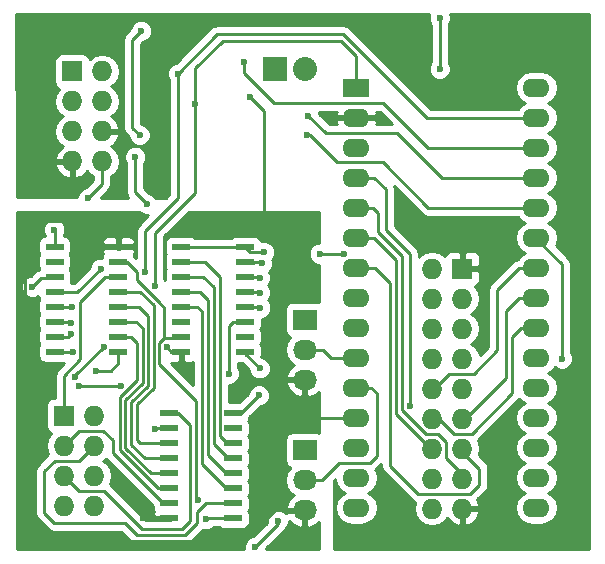
<source format=gtl>
G04 #@! TF.FileFunction,Copper,L1,Top,Signal*
%FSLAX46Y46*%
G04 Gerber Fmt 4.6, Leading zero omitted, Abs format (unit mm)*
G04 Created by KiCad (PCBNEW 4.0.2-stable) date 11.06.2016 19:11:27*
%MOMM*%
G01*
G04 APERTURE LIST*
%ADD10C,0.100000*%
%ADD11R,1.500000X0.600000*%
%ADD12R,1.727200X1.727200*%
%ADD13O,1.727200X1.727200*%
%ADD14R,2.032000X1.727200*%
%ADD15O,2.032000X1.727200*%
%ADD16R,2.286000X1.574800*%
%ADD17O,2.286000X1.574800*%
%ADD18R,2.032000X2.032000*%
%ADD19O,2.032000X2.032000*%
%ADD20C,0.600000*%
%ADD21C,0.250000*%
%ADD22C,0.254000*%
G04 APERTURE END LIST*
D10*
D11*
X135031500Y-106489500D03*
X135031500Y-107759500D03*
X135031500Y-109029500D03*
X135031500Y-110299500D03*
X135031500Y-111569500D03*
X135031500Y-112839500D03*
X135031500Y-114109500D03*
X135031500Y-115379500D03*
X140431500Y-115379500D03*
X140431500Y-114109500D03*
X140431500Y-112839500D03*
X140431500Y-111569500D03*
X140431500Y-110299500D03*
X140431500Y-109029500D03*
X140431500Y-107759500D03*
X140431500Y-106489500D03*
X151163000Y-115379500D03*
X151163000Y-114109500D03*
X151163000Y-112839500D03*
X151163000Y-111569500D03*
X151163000Y-110299500D03*
X151163000Y-109029500D03*
X151163000Y-107759500D03*
X151163000Y-106489500D03*
X145763000Y-106489500D03*
X145763000Y-107759500D03*
X145763000Y-109029500D03*
X145763000Y-110299500D03*
X145763000Y-111569500D03*
X145763000Y-112839500D03*
X145763000Y-114109500D03*
X145763000Y-115379500D03*
D12*
X169545000Y-108331000D03*
D13*
X167005000Y-108331000D03*
X169545000Y-110871000D03*
X167005000Y-110871000D03*
X169545000Y-113411000D03*
X167005000Y-113411000D03*
X169545000Y-115951000D03*
X167005000Y-115951000D03*
X169545000Y-118491000D03*
X167005000Y-118491000D03*
X169545000Y-121031000D03*
X167005000Y-121031000D03*
X169545000Y-123571000D03*
X167005000Y-123571000D03*
X169545000Y-126111000D03*
X167005000Y-126111000D03*
X169545000Y-128651000D03*
X167005000Y-128651000D03*
D14*
X156210000Y-112649000D03*
D15*
X156210000Y-115189000D03*
X156210000Y-117729000D03*
D14*
X156210000Y-123698000D03*
D15*
X156210000Y-126238000D03*
X156210000Y-128778000D03*
D12*
X135826500Y-120777000D03*
D13*
X138366500Y-120777000D03*
X135826500Y-123317000D03*
X138366500Y-123317000D03*
X135826500Y-125857000D03*
X138366500Y-125857000D03*
X135826500Y-128397000D03*
X138366500Y-128397000D03*
D11*
X150147000Y-129476500D03*
X150147000Y-128206500D03*
X150147000Y-126936500D03*
X150147000Y-125666500D03*
X150147000Y-124396500D03*
X150147000Y-123126500D03*
X150147000Y-121856500D03*
X150147000Y-120586500D03*
X144747000Y-120586500D03*
X144747000Y-121856500D03*
X144747000Y-123126500D03*
X144747000Y-124396500D03*
X144747000Y-125666500D03*
X144747000Y-126936500D03*
X144747000Y-128206500D03*
X144747000Y-129476500D03*
D12*
X136525000Y-91630500D03*
D13*
X139065000Y-91630500D03*
X136525000Y-94170500D03*
X139065000Y-94170500D03*
X136525000Y-96710500D03*
X139065000Y-96710500D03*
X136525000Y-99250500D03*
X139065000Y-99250500D03*
D16*
X160591500Y-93027500D03*
D17*
X160591500Y-95567500D03*
X160591500Y-98107500D03*
X160591500Y-100647500D03*
X160591500Y-103187500D03*
X160591500Y-105727500D03*
X160591500Y-108267500D03*
X160591500Y-110807500D03*
X160591500Y-113347500D03*
X160591500Y-115887500D03*
X160591500Y-118427500D03*
X160591500Y-120967500D03*
X160591500Y-123507500D03*
X160591500Y-126047500D03*
X160591500Y-128587500D03*
X175831500Y-128587500D03*
X175831500Y-126047500D03*
X175831500Y-123507500D03*
X175831500Y-120967500D03*
X175831500Y-118427500D03*
X175831500Y-115887500D03*
X175831500Y-113347500D03*
X175831500Y-110807500D03*
X175831500Y-108267500D03*
X175831500Y-105727500D03*
X175831500Y-103187500D03*
X175831500Y-100647500D03*
X175831500Y-98107500D03*
X175831500Y-95567500D03*
X175831500Y-93027500D03*
D18*
X153733500Y-91440000D03*
D19*
X156273500Y-91440000D03*
D20*
X138557000Y-116967000D03*
X152781000Y-106934000D03*
X167640000Y-87122000D03*
X167640000Y-91440000D03*
X159575500Y-107061000D03*
X157480000Y-107061000D03*
X153924000Y-129667000D03*
X152019000Y-131889500D03*
X152400000Y-116776500D03*
X152336500Y-119062500D03*
X136588500Y-115379500D03*
X137858500Y-102362000D03*
X135001000Y-105029000D03*
X143510000Y-121920000D03*
X143192500Y-100711000D03*
X171196000Y-92392500D03*
X173799500Y-104521000D03*
X162687000Y-95567500D03*
X152590500Y-129540000D03*
X134874000Y-117475000D03*
X136779000Y-117475000D03*
X139192000Y-114935000D03*
X144526000Y-114998500D03*
X151574500Y-93789500D03*
X154495500Y-105092500D03*
X140843000Y-105410000D03*
X141033500Y-131254500D03*
X142557500Y-129476500D03*
X140652500Y-118237000D03*
X137096500Y-118237000D03*
X133159500Y-109855000D03*
X149796500Y-117221000D03*
X138938000Y-108331000D03*
X136525000Y-111569500D03*
X136461500Y-112903000D03*
X136461500Y-113855500D03*
X147193000Y-127952500D03*
X152463500Y-111633000D03*
X152400000Y-110363000D03*
X152400000Y-109093000D03*
X152590500Y-107886500D03*
X141859000Y-98869500D03*
X142875000Y-102870000D03*
X142240000Y-97028000D03*
X142367000Y-88201500D03*
X143573500Y-109791500D03*
X146939000Y-94424500D03*
X142684500Y-108648500D03*
X145478500Y-91821000D03*
X151066500Y-90805000D03*
X156527500Y-95377000D03*
X156400500Y-97028000D03*
X165100000Y-119951500D03*
X147891500Y-129540000D03*
X177990500Y-115951000D03*
D21*
X140431500Y-115379500D02*
X140431500Y-115854500D01*
X140431500Y-116362500D02*
X140431500Y-115854500D01*
X139827000Y-116967000D02*
X140431500Y-116362500D01*
X138557000Y-116967000D02*
X139827000Y-116967000D01*
X151163000Y-106489500D02*
X145763000Y-106489500D01*
X151638000Y-106934000D02*
X151607500Y-106934000D01*
X151607500Y-106934000D02*
X151163000Y-106489500D01*
X151638000Y-106934000D02*
X152781000Y-106934000D01*
X167640000Y-91440000D02*
X167640000Y-87122000D01*
X159575500Y-107061000D02*
X157480000Y-107061000D01*
X145763000Y-106489500D02*
X145859500Y-106489500D01*
X153924000Y-129984500D02*
X153924000Y-129667000D01*
X152019000Y-131889500D02*
X153924000Y-129984500D01*
X151163000Y-115379500D02*
X151163000Y-115539500D01*
X151163000Y-115539500D02*
X152400000Y-116776500D01*
X152336500Y-119062500D02*
X150812500Y-120586500D01*
X150812500Y-120586500D02*
X150147000Y-120586500D01*
X136588500Y-115379500D02*
X135031500Y-115379500D01*
X145763000Y-106489500D02*
X145763000Y-106395500D01*
X135031500Y-106489500D02*
X135031500Y-105059500D01*
X139065000Y-101155500D02*
X139065000Y-99250500D01*
X137858500Y-102362000D02*
X139065000Y-101155500D01*
X135031500Y-105059500D02*
X135001000Y-105029000D01*
X144747000Y-121856500D02*
X143573500Y-121856500D01*
X143573500Y-121856500D02*
X143510000Y-121920000D01*
X139065000Y-96710500D02*
X140589000Y-96710500D01*
X143192500Y-99123500D02*
X143192500Y-100711000D01*
X142811500Y-98742500D02*
X143192500Y-99123500D01*
X142811500Y-98171000D02*
X142811500Y-98742500D01*
X142557500Y-97917000D02*
X142811500Y-98171000D01*
X141668500Y-97917000D02*
X142557500Y-97917000D01*
X141033500Y-97282000D02*
X141668500Y-97917000D01*
X141033500Y-97155000D02*
X141033500Y-97282000D01*
X140589000Y-96710500D02*
X141033500Y-97155000D01*
X169545000Y-130556000D02*
X169545000Y-128651000D01*
X170561000Y-131572000D02*
X169545000Y-130556000D01*
X177482500Y-131572000D02*
X170561000Y-131572000D01*
X179705000Y-129349500D02*
X177482500Y-131572000D01*
X179705000Y-90995500D02*
X179705000Y-129349500D01*
X178498500Y-89789000D02*
X179705000Y-90995500D01*
X173799500Y-89789000D02*
X178498500Y-89789000D01*
X171196000Y-92392500D02*
X173799500Y-89789000D01*
X172085000Y-108331000D02*
X169545000Y-108331000D01*
X172910500Y-107505500D02*
X172085000Y-108331000D01*
X172910500Y-105410000D02*
X172910500Y-107505500D01*
X173799500Y-104521000D02*
X172910500Y-105410000D01*
X160591500Y-95567500D02*
X162687000Y-95567500D01*
X153416000Y-128714500D02*
X156146500Y-128714500D01*
X152590500Y-129540000D02*
X153416000Y-128714500D01*
X156146500Y-128714500D02*
X156210000Y-128778000D01*
X139700000Y-104267000D02*
X140843000Y-105410000D01*
X134175500Y-104267000D02*
X139700000Y-104267000D01*
X132524500Y-105918000D02*
X134175500Y-104267000D01*
X132524500Y-115125500D02*
X132524500Y-105918000D01*
X134874000Y-117475000D02*
X132524500Y-115125500D01*
X136779000Y-117348000D02*
X136779000Y-117475000D01*
X139192000Y-114935000D02*
X136779000Y-117348000D01*
X145763000Y-115379500D02*
X144907000Y-115379500D01*
X144907000Y-115379500D02*
X144526000Y-114998500D01*
X152781000Y-105029000D02*
X152781000Y-94996000D01*
X152781000Y-94996000D02*
X151574500Y-93789500D01*
X154622500Y-117729000D02*
X156210000Y-117729000D01*
X153924000Y-117030500D02*
X154622500Y-117729000D01*
X153924000Y-110680500D02*
X153924000Y-117030500D01*
X154559000Y-110045500D02*
X153924000Y-110680500D01*
X154559000Y-105156000D02*
X154559000Y-110045500D01*
X154495500Y-105092500D02*
X154559000Y-105156000D01*
X160591500Y-120967500D02*
X157289500Y-120967500D01*
X156210000Y-119888000D02*
X156210000Y-117729000D01*
X157289500Y-120967500D02*
X156210000Y-119888000D01*
X140431500Y-105821500D02*
X140431500Y-106489500D01*
X140843000Y-105410000D02*
X140431500Y-105821500D01*
X144747000Y-129476500D02*
X142621000Y-129476500D01*
X153670000Y-128778000D02*
X156210000Y-128778000D01*
X151066500Y-131381500D02*
X153670000Y-128778000D01*
X141160500Y-131381500D02*
X151066500Y-131381500D01*
X141033500Y-131254500D02*
X141160500Y-131381500D01*
X142621000Y-129476500D02*
X142557500Y-129476500D01*
X140652500Y-118237000D02*
X137096500Y-118237000D01*
X133159500Y-109855000D02*
X133858000Y-109156500D01*
X134904500Y-109156500D02*
X133858000Y-109156500D01*
X149796500Y-117221000D02*
X149796500Y-113220500D01*
X149796500Y-113220500D02*
X150177500Y-112839500D01*
X150177500Y-112839500D02*
X151163000Y-112839500D01*
X134904500Y-109156500D02*
X135031500Y-109029500D01*
X135031500Y-110299500D02*
X136969500Y-110299500D01*
X136969500Y-110299500D02*
X138938000Y-108331000D01*
X136525000Y-111569500D02*
X135031500Y-111569500D01*
X136398000Y-112839500D02*
X135031500Y-112839500D01*
X136461500Y-112903000D02*
X136398000Y-112839500D01*
X136207500Y-114109500D02*
X135031500Y-114109500D01*
X136461500Y-113855500D02*
X136207500Y-114109500D01*
X135158500Y-113982500D02*
X135031500Y-114109500D01*
X144747000Y-126936500D02*
X143827500Y-126936500D01*
X141541500Y-114109500D02*
X140431500Y-114109500D01*
X142038496Y-114606496D02*
X141541500Y-114109500D01*
X142038496Y-117740004D02*
X142038496Y-114606496D01*
X140589000Y-119189500D02*
X142038496Y-117740004D01*
X140589000Y-123698000D02*
X140589000Y-119189500D01*
X143827500Y-126936500D02*
X140589000Y-123698000D01*
X144747000Y-126936500D02*
X144208500Y-126936500D01*
X144747000Y-125666500D02*
X143193898Y-125666500D01*
X141922500Y-112839500D02*
X140431500Y-112839500D01*
X142488498Y-113405498D02*
X141922500Y-112839500D01*
X142488498Y-117994004D02*
X142488498Y-113405498D01*
X141039002Y-119443500D02*
X142488498Y-117994004D01*
X141039002Y-123511604D02*
X141039002Y-119443500D01*
X143193898Y-125666500D02*
X141039002Y-123511604D01*
X144747000Y-125666500D02*
X144145000Y-125666500D01*
X144747000Y-124396500D02*
X142684500Y-124396500D01*
X142176500Y-111569500D02*
X140431500Y-111569500D01*
X142938500Y-112331500D02*
X142176500Y-111569500D01*
X142938500Y-118237000D02*
X142938500Y-112331500D01*
X141541500Y-119634000D02*
X142938500Y-118237000D01*
X141541500Y-123253500D02*
X141541500Y-119634000D01*
X142684500Y-124396500D02*
X141541500Y-123253500D01*
X144747000Y-124396500D02*
X144208500Y-124396500D01*
X144747000Y-123126500D02*
X142303500Y-123126500D01*
X143446500Y-111442500D02*
X142303500Y-110299500D01*
X142303500Y-110299500D02*
X140431500Y-110299500D01*
X143446500Y-118427500D02*
X143446500Y-111442500D01*
X142049500Y-119824500D02*
X143446500Y-118427500D01*
X142049500Y-122872500D02*
X142049500Y-119824500D01*
X142303500Y-123126500D02*
X142049500Y-122872500D01*
X144747000Y-123126500D02*
X143764000Y-123126500D01*
X135826500Y-117665500D02*
X135826500Y-117411500D01*
X138430000Y-109918500D02*
X139319000Y-109029500D01*
X140431500Y-109029500D02*
X139319000Y-109029500D01*
X135826500Y-117665500D02*
X135826500Y-120777000D01*
X137223500Y-111125000D02*
X138430000Y-109918500D01*
X137223500Y-116014500D02*
X137223500Y-111125000D01*
X135826500Y-117411500D02*
X137223500Y-116014500D01*
X144335500Y-113786498D02*
X144335500Y-111633000D01*
X141986000Y-109093000D02*
X141986000Y-109283500D01*
X141986000Y-108585000D02*
X141986000Y-109093000D01*
X141160500Y-107759500D02*
X141986000Y-108585000D01*
X141986000Y-109283500D02*
X143896502Y-111194002D01*
X144335500Y-113786498D02*
X144335500Y-114173000D01*
X144335500Y-111633000D02*
X143896502Y-111194002D01*
X143896502Y-116401002D02*
X143896502Y-114611998D01*
X143896502Y-114611998D02*
X144335500Y-114173000D01*
X144462500Y-116967000D02*
X147002500Y-119507000D01*
X147002500Y-119507000D02*
X147002500Y-127762000D01*
X147002500Y-127762000D02*
X147193000Y-127952500D01*
X143896502Y-116401002D02*
X144462500Y-116967000D01*
X144335500Y-114173000D02*
X145699500Y-114173000D01*
X145699500Y-114173000D02*
X145763000Y-114109500D01*
X145763000Y-114109500D02*
X145097500Y-114109500D01*
X140431500Y-107759500D02*
X141160500Y-107759500D01*
X152400000Y-111569500D02*
X151163000Y-111569500D01*
X152463500Y-111633000D02*
X152400000Y-111569500D01*
X152336500Y-110299500D02*
X151163000Y-110299500D01*
X152400000Y-110363000D02*
X152336500Y-110299500D01*
X152336500Y-109029500D02*
X151163000Y-109029500D01*
X152400000Y-109093000D02*
X152336500Y-109029500D01*
X152463500Y-107759500D02*
X151163000Y-107759500D01*
X152590500Y-107886500D02*
X152463500Y-107759500D01*
X151892000Y-107886500D02*
X151163000Y-107759500D01*
X150147000Y-123126500D02*
X149669500Y-123126500D01*
X149669500Y-123126500D02*
X149034500Y-122491500D01*
X149034500Y-122491500D02*
X149034500Y-109029500D01*
X149034500Y-109029500D02*
X147764500Y-107759500D01*
X147764500Y-107759500D02*
X145763000Y-107759500D01*
X150147000Y-124396500D02*
X149733000Y-124396500D01*
X149733000Y-124396500D02*
X148526500Y-123190000D01*
X148526500Y-123190000D02*
X148526500Y-109918500D01*
X148526500Y-109918500D02*
X147637500Y-109029500D01*
X147637500Y-109029500D02*
X145763000Y-109029500D01*
X150147000Y-125666500D02*
X149542500Y-125666500D01*
X149542500Y-125666500D02*
X148018500Y-124142500D01*
X148018500Y-124142500D02*
X148018500Y-110998000D01*
X148018500Y-110998000D02*
X147320000Y-110299500D01*
X147320000Y-110299500D02*
X145763000Y-110299500D01*
X150147000Y-126936500D02*
X149542500Y-126936500D01*
X149542500Y-126936500D02*
X147510500Y-124904500D01*
X147510500Y-124904500D02*
X147510500Y-111950500D01*
X147510500Y-111950500D02*
X147129500Y-111569500D01*
X147129500Y-111569500D02*
X145763000Y-111569500D01*
X141859000Y-101854000D02*
X141859000Y-98869500D01*
X142875000Y-102870000D02*
X141859000Y-101854000D01*
X141605000Y-96393000D02*
X142240000Y-97028000D01*
X141605000Y-88963500D02*
X141605000Y-96393000D01*
X142367000Y-88201500D02*
X141605000Y-88963500D01*
X146939000Y-94424500D02*
X146939000Y-101917500D01*
X143573500Y-105283000D02*
X143573500Y-109791500D01*
X146939000Y-101917500D02*
X143573500Y-105283000D01*
X160591500Y-93027500D02*
X160591500Y-90360500D01*
X146939000Y-91376500D02*
X146939000Y-94424500D01*
X149288500Y-89027000D02*
X146939000Y-91376500D01*
X159258000Y-89027000D02*
X149288500Y-89027000D01*
X160591500Y-90360500D02*
X159258000Y-89027000D01*
X148812250Y-88487250D02*
X159480250Y-88487250D01*
X166560500Y-95567500D02*
X171640500Y-95567500D01*
X159480250Y-88487250D02*
X166560500Y-95567500D01*
X145478500Y-91821000D02*
X145478500Y-102362000D01*
X142684500Y-105156000D02*
X142684500Y-108648500D01*
X145478500Y-102362000D02*
X142684500Y-105156000D01*
X175831500Y-95567500D02*
X171640500Y-95567500D01*
X171640500Y-95567500D02*
X171513500Y-95567500D01*
X148844000Y-88455500D02*
X148812250Y-88487250D01*
X148812250Y-88487250D02*
X145478500Y-91821000D01*
X162877500Y-94297500D02*
X153606500Y-94297500D01*
X166687500Y-98107500D02*
X162877500Y-94297500D01*
X166687500Y-98107500D02*
X175831500Y-98107500D01*
X151066500Y-91757500D02*
X151066500Y-90805000D01*
X153606500Y-94297500D02*
X151066500Y-91757500D01*
X136525000Y-91186000D02*
X136525000Y-91630500D01*
X164052250Y-96869250D02*
X158019750Y-96869250D01*
X158019750Y-96869250D02*
X156527500Y-95377000D01*
X175831500Y-100647500D02*
X167830500Y-100647500D01*
X167830500Y-100647500D02*
X164052250Y-96869250D01*
X164052250Y-96869250D02*
X164020500Y-96837500D01*
X162814000Y-99314000D02*
X158940500Y-99314000D01*
X166687500Y-103187500D02*
X162814000Y-99314000D01*
X175831500Y-103187500D02*
X166687500Y-103187500D01*
X156654500Y-97028000D02*
X156400500Y-97028000D01*
X158940500Y-99314000D02*
X156654500Y-97028000D01*
X167005000Y-118491000D02*
X167195500Y-118491000D01*
X167195500Y-118491000D02*
X168465500Y-117221000D01*
X168465500Y-117221000D02*
X170561000Y-117221000D01*
X170561000Y-117221000D02*
X172529500Y-115252500D01*
X172529500Y-115252500D02*
X172529500Y-110109000D01*
X172529500Y-110109000D02*
X174371000Y-108267500D01*
X174371000Y-108267500D02*
X175831500Y-108267500D01*
X169545000Y-121031000D02*
X169799000Y-121031000D01*
X169799000Y-121031000D02*
X173228000Y-117602000D01*
X173228000Y-117602000D02*
X173228000Y-111950500D01*
X173228000Y-111950500D02*
X174371000Y-110807500D01*
X174371000Y-110807500D02*
X175831500Y-110807500D01*
X167005000Y-121031000D02*
X167576500Y-121031000D01*
X167576500Y-121031000D02*
X168846500Y-122301000D01*
X168846500Y-122301000D02*
X170370500Y-122301000D01*
X170370500Y-122301000D02*
X173799500Y-118872000D01*
X173799500Y-118872000D02*
X173799500Y-114109500D01*
X173799500Y-114109500D02*
X174561500Y-113347500D01*
X174561500Y-113347500D02*
X175831500Y-113347500D01*
X169545000Y-123571000D02*
X169545000Y-123825000D01*
X169545000Y-123825000D02*
X171005500Y-125285500D01*
X171005500Y-125285500D02*
X171005500Y-126619000D01*
X171005500Y-126619000D02*
X170243500Y-127381000D01*
X170243500Y-127381000D02*
X165798500Y-127381000D01*
X165798500Y-127381000D02*
X163449000Y-125031500D01*
X163449000Y-125031500D02*
X163449000Y-109537500D01*
X163449000Y-109537500D02*
X162179000Y-108267500D01*
X162179000Y-108267500D02*
X160591500Y-108267500D01*
X167005000Y-123571000D02*
X166878000Y-123571000D01*
X166878000Y-123571000D02*
X163957000Y-120650000D01*
X163957000Y-120650000D02*
X163957000Y-107569000D01*
X163957000Y-107569000D02*
X162115500Y-105727500D01*
X162115500Y-105727500D02*
X160591500Y-105727500D01*
X169545000Y-126111000D02*
X169545000Y-125730000D01*
X169545000Y-125730000D02*
X168211500Y-124396500D01*
X168211500Y-124396500D02*
X168211500Y-122999500D01*
X168211500Y-122999500D02*
X167512301Y-122300301D01*
X167512301Y-122300301D02*
X166496301Y-122300301D01*
X166496301Y-122300301D02*
X164465000Y-120269000D01*
X164465000Y-120269000D02*
X164465000Y-107251500D01*
X164465000Y-107251500D02*
X162433000Y-105219500D01*
X162433000Y-105219500D02*
X162433000Y-103632000D01*
X162433000Y-103632000D02*
X161988500Y-103187500D01*
X161988500Y-103187500D02*
X160591500Y-103187500D01*
X167005000Y-126111000D02*
X167005000Y-125984000D01*
X162115500Y-100647500D02*
X160591500Y-100647500D01*
X163068000Y-101600000D02*
X162115500Y-100647500D01*
X163068000Y-105029000D02*
X163068000Y-101600000D01*
X165100000Y-107061000D02*
X163068000Y-105029000D01*
X165100000Y-119951500D02*
X165100000Y-107061000D01*
X156210000Y-115189000D02*
X157734000Y-115189000D01*
X158432500Y-115887500D02*
X160591500Y-115887500D01*
X157734000Y-115189000D02*
X158432500Y-115887500D01*
X156210000Y-126238000D02*
X157670500Y-126238000D01*
X161861500Y-118427500D02*
X160591500Y-118427500D01*
X162306000Y-118872000D02*
X161861500Y-118427500D01*
X162306000Y-124206000D02*
X162306000Y-118872000D01*
X161734500Y-124777500D02*
X162306000Y-124206000D01*
X159131000Y-124777500D02*
X161734500Y-124777500D01*
X157670500Y-126238000D02*
X159131000Y-124777500D01*
X150147000Y-129476500D02*
X147955000Y-129476500D01*
X147955000Y-129476500D02*
X147891500Y-129540000D01*
X141128750Y-125126750D02*
X139954000Y-123952000D01*
X137096500Y-122047000D02*
X135826500Y-123317000D01*
X139128500Y-122047000D02*
X137096500Y-122047000D01*
X139954000Y-122872500D02*
X139128500Y-122047000D01*
X139954000Y-123952000D02*
X139954000Y-122872500D01*
X144747000Y-128206500D02*
X144208500Y-128206500D01*
X144208500Y-128206500D02*
X141128750Y-125126750D01*
X141128750Y-125126750D02*
X141097000Y-125095000D01*
X135318500Y-129857500D02*
X135001000Y-129857500D01*
X134175500Y-125476000D02*
X135064500Y-124587000D01*
X135064500Y-124587000D02*
X137096500Y-124587000D01*
X138366500Y-123317000D02*
X137096500Y-124587000D01*
X147891500Y-128206500D02*
X147129500Y-128968500D01*
X147129500Y-128968500D02*
X147129500Y-129857500D01*
X147129500Y-129857500D02*
X146113500Y-130873500D01*
X146113500Y-130873500D02*
X141986000Y-130873500D01*
X141986000Y-130873500D02*
X140970000Y-129857500D01*
X140970000Y-129857500D02*
X135318500Y-129857500D01*
X148336000Y-128206500D02*
X150147000Y-128206500D01*
X148336000Y-128206500D02*
X147891500Y-128206500D01*
X134175500Y-129032000D02*
X134175500Y-125476000D01*
X135001000Y-129857500D02*
X134175500Y-129032000D01*
X150147000Y-128206500D02*
X149415500Y-128206500D01*
X144747000Y-120586500D02*
X145478500Y-120586500D01*
X145478500Y-120586500D02*
X146494500Y-121602500D01*
X146494500Y-121602500D02*
X146494500Y-129667000D01*
X146494500Y-129667000D02*
X145796000Y-130365500D01*
X145796000Y-130365500D02*
X142430500Y-130365500D01*
X142430500Y-130365500D02*
X139192000Y-127127000D01*
X139192000Y-127127000D02*
X137096500Y-127127000D01*
X137096500Y-127127000D02*
X135826500Y-125857000D01*
X177990500Y-115951000D02*
X177990500Y-107950000D01*
X175831500Y-105791000D02*
X177990500Y-107950000D01*
X175831500Y-105791000D02*
X175831500Y-105727500D01*
D22*
G36*
X142344673Y-103662192D02*
X142688201Y-103804838D01*
X142960623Y-103805075D01*
X142147099Y-104618599D01*
X141982352Y-104865161D01*
X141924500Y-105156000D01*
X141924500Y-107448698D01*
X141804288Y-107328486D01*
X141784662Y-107224183D01*
X141726322Y-107133520D01*
X141816500Y-106915810D01*
X141816500Y-106775250D01*
X141657750Y-106616500D01*
X140558500Y-106616500D01*
X140558500Y-106636500D01*
X140304500Y-106636500D01*
X140304500Y-106616500D01*
X139205250Y-106616500D01*
X139046500Y-106775250D01*
X139046500Y-106915810D01*
X139136306Y-107132622D01*
X139085069Y-107207610D01*
X139046900Y-107396094D01*
X138752833Y-107395838D01*
X138409057Y-107537883D01*
X138145808Y-107800673D01*
X138003162Y-108144201D01*
X138003121Y-108191077D01*
X136654698Y-109539500D01*
X136386414Y-109539500D01*
X136428940Y-109329500D01*
X136428940Y-108729500D01*
X136384662Y-108494183D01*
X136320822Y-108394972D01*
X136377931Y-108311390D01*
X136428940Y-108059500D01*
X136428940Y-107459500D01*
X136384662Y-107224183D01*
X136320822Y-107124972D01*
X136377931Y-107041390D01*
X136428940Y-106789500D01*
X136428940Y-106189500D01*
X136405174Y-106063190D01*
X139046500Y-106063190D01*
X139046500Y-106203750D01*
X139205250Y-106362500D01*
X140304500Y-106362500D01*
X140304500Y-105713250D01*
X140558500Y-105713250D01*
X140558500Y-106362500D01*
X141657750Y-106362500D01*
X141816500Y-106203750D01*
X141816500Y-106063190D01*
X141719827Y-105829801D01*
X141541198Y-105651173D01*
X141307809Y-105554500D01*
X140717250Y-105554500D01*
X140558500Y-105713250D01*
X140304500Y-105713250D01*
X140145750Y-105554500D01*
X139555191Y-105554500D01*
X139321802Y-105651173D01*
X139143173Y-105829801D01*
X139046500Y-106063190D01*
X136405174Y-106063190D01*
X136384662Y-105954183D01*
X136245590Y-105738059D01*
X136033390Y-105593069D01*
X135798899Y-105545583D01*
X135935838Y-105215799D01*
X135936162Y-104843833D01*
X135794117Y-104500057D01*
X135531327Y-104236808D01*
X135187799Y-104094162D01*
X134815833Y-104093838D01*
X134472057Y-104235883D01*
X134208808Y-104498673D01*
X134066162Y-104842201D01*
X134065838Y-105214167D01*
X134207104Y-105556059D01*
X134046183Y-105586338D01*
X133830059Y-105725410D01*
X133685069Y-105937610D01*
X133634060Y-106189500D01*
X133634060Y-106789500D01*
X133678338Y-107024817D01*
X133742178Y-107124028D01*
X133685069Y-107207610D01*
X133634060Y-107459500D01*
X133634060Y-108059500D01*
X133678338Y-108294817D01*
X133742178Y-108394028D01*
X133722006Y-108423551D01*
X133567160Y-108454352D01*
X133320599Y-108619099D01*
X133019820Y-108919878D01*
X132974333Y-108919838D01*
X132630557Y-109061883D01*
X132367308Y-109324673D01*
X132224662Y-109668201D01*
X132224338Y-110040167D01*
X132366383Y-110383943D01*
X132629173Y-110647192D01*
X132972701Y-110789838D01*
X133344667Y-110790162D01*
X133646471Y-110665459D01*
X133678338Y-110834817D01*
X133742178Y-110934028D01*
X133685069Y-111017610D01*
X133634060Y-111269500D01*
X133634060Y-111869500D01*
X133678338Y-112104817D01*
X133742178Y-112204028D01*
X133685069Y-112287610D01*
X133634060Y-112539500D01*
X133634060Y-113139500D01*
X133678338Y-113374817D01*
X133742178Y-113474028D01*
X133685069Y-113557610D01*
X133634060Y-113809500D01*
X133634060Y-114409500D01*
X133678338Y-114644817D01*
X133742178Y-114744028D01*
X133685069Y-114827610D01*
X133634060Y-115079500D01*
X133634060Y-115679500D01*
X133678338Y-115914817D01*
X133817410Y-116130941D01*
X134029610Y-116275931D01*
X134281500Y-116326940D01*
X135781500Y-116326940D01*
X135848950Y-116314248D01*
X135289099Y-116874099D01*
X135124352Y-117120661D01*
X135066500Y-117411500D01*
X135066500Y-119265960D01*
X134962900Y-119265960D01*
X134727583Y-119310238D01*
X134511459Y-119449310D01*
X134366469Y-119661510D01*
X134315460Y-119913400D01*
X134315460Y-121640600D01*
X134359738Y-121875917D01*
X134498810Y-122092041D01*
X134711010Y-122237031D01*
X134754631Y-122245864D01*
X134737471Y-122257330D01*
X134412615Y-122743511D01*
X134298541Y-123317000D01*
X134412615Y-123890489D01*
X134522201Y-124054497D01*
X133638099Y-124938599D01*
X133473352Y-125185161D01*
X133415500Y-125476000D01*
X133415500Y-129032000D01*
X133473352Y-129322839D01*
X133638099Y-129569401D01*
X134463599Y-130394901D01*
X134710160Y-130559648D01*
X135001000Y-130617500D01*
X140655198Y-130617500D01*
X141448599Y-131410901D01*
X141695161Y-131575648D01*
X141986000Y-131633500D01*
X146113500Y-131633500D01*
X146404339Y-131575648D01*
X146650901Y-131410901D01*
X147621509Y-130440293D01*
X147704701Y-130474838D01*
X148076667Y-130475162D01*
X148420443Y-130333117D01*
X148517229Y-130236500D01*
X148945437Y-130236500D01*
X149145110Y-130372931D01*
X149397000Y-130423940D01*
X150897000Y-130423940D01*
X151132317Y-130379662D01*
X151348441Y-130240590D01*
X151493431Y-130028390D01*
X151544440Y-129776500D01*
X151544440Y-129176500D01*
X151500162Y-128941183D01*
X151436322Y-128841972D01*
X151493431Y-128758390D01*
X151544440Y-128506500D01*
X151544440Y-127906500D01*
X151500162Y-127671183D01*
X151436322Y-127571972D01*
X151493431Y-127488390D01*
X151544440Y-127236500D01*
X151544440Y-126636500D01*
X151500162Y-126401183D01*
X151436322Y-126301972D01*
X151493431Y-126218390D01*
X151544440Y-125966500D01*
X151544440Y-125366500D01*
X151500162Y-125131183D01*
X151436322Y-125031972D01*
X151493431Y-124948390D01*
X151544440Y-124696500D01*
X151544440Y-124096500D01*
X151500162Y-123861183D01*
X151436322Y-123761972D01*
X151493431Y-123678390D01*
X151544440Y-123426500D01*
X151544440Y-122826500D01*
X151500162Y-122591183D01*
X151436322Y-122491972D01*
X151493431Y-122408390D01*
X151544440Y-122156500D01*
X151544440Y-121556500D01*
X151500162Y-121321183D01*
X151436322Y-121221972D01*
X151493431Y-121138390D01*
X151533556Y-120940246D01*
X152476180Y-119997622D01*
X152521667Y-119997662D01*
X152865443Y-119855617D01*
X153128692Y-119592827D01*
X153271338Y-119249299D01*
X153271662Y-118877333D01*
X153129617Y-118533557D01*
X152866827Y-118270308D01*
X152523299Y-118127662D01*
X152151333Y-118127338D01*
X151807557Y-118269383D01*
X151544308Y-118532173D01*
X151401662Y-118875701D01*
X151401621Y-118922577D01*
X150685138Y-119639060D01*
X149794500Y-119639060D01*
X149794500Y-118155999D01*
X149981667Y-118156162D01*
X150146569Y-118088026D01*
X154602642Y-118088026D01*
X154605291Y-118103791D01*
X154859268Y-118631036D01*
X155295680Y-119020954D01*
X155848087Y-119214184D01*
X156083000Y-119069924D01*
X156083000Y-117856000D01*
X154723783Y-117856000D01*
X154602642Y-118088026D01*
X150146569Y-118088026D01*
X150325443Y-118014117D01*
X150588692Y-117751327D01*
X150731338Y-117407799D01*
X150731662Y-117035833D01*
X150589617Y-116692057D01*
X150556500Y-116658882D01*
X150556500Y-116326940D01*
X150875638Y-116326940D01*
X151464878Y-116916180D01*
X151464838Y-116961667D01*
X151606883Y-117305443D01*
X151869673Y-117568692D01*
X152213201Y-117711338D01*
X152585167Y-117711662D01*
X152928943Y-117569617D01*
X153192192Y-117306827D01*
X153334838Y-116963299D01*
X153335162Y-116591333D01*
X153193117Y-116247557D01*
X152930327Y-115984308D01*
X152586799Y-115841662D01*
X152539923Y-115841621D01*
X152529683Y-115831381D01*
X152560440Y-115679500D01*
X152560440Y-115079500D01*
X152516162Y-114844183D01*
X152452322Y-114744972D01*
X152509431Y-114661390D01*
X152560440Y-114409500D01*
X152560440Y-113809500D01*
X152516162Y-113574183D01*
X152452322Y-113474972D01*
X152509431Y-113391390D01*
X152560440Y-113139500D01*
X152560440Y-112568085D01*
X152648667Y-112568162D01*
X152992443Y-112426117D01*
X153255692Y-112163327D01*
X153398338Y-111819799D01*
X153398662Y-111447833D01*
X153256617Y-111104057D01*
X153119096Y-110966296D01*
X153192192Y-110893327D01*
X153334838Y-110549799D01*
X153335162Y-110177833D01*
X153193117Y-109834057D01*
X153087290Y-109728046D01*
X153192192Y-109623327D01*
X153334838Y-109279799D01*
X153335162Y-108907833D01*
X153205408Y-108593802D01*
X153382692Y-108416827D01*
X153525338Y-108073299D01*
X153525662Y-107701333D01*
X153470210Y-107567129D01*
X153573192Y-107464327D01*
X153715838Y-107120799D01*
X153716162Y-106748833D01*
X153574117Y-106405057D01*
X153311327Y-106141808D01*
X152967799Y-105999162D01*
X152595833Y-105998838D01*
X152529706Y-106026161D01*
X152516162Y-105954183D01*
X152377090Y-105738059D01*
X152164890Y-105593069D01*
X151913000Y-105542060D01*
X150413000Y-105542060D01*
X150177683Y-105586338D01*
X149961559Y-105725410D01*
X149958764Y-105729500D01*
X146964563Y-105729500D01*
X146764890Y-105593069D01*
X146513000Y-105542060D01*
X145013000Y-105542060D01*
X144777683Y-105586338D01*
X144561559Y-105725410D01*
X144416569Y-105937610D01*
X144365560Y-106189500D01*
X144365560Y-106789500D01*
X144409838Y-107024817D01*
X144473678Y-107124028D01*
X144416569Y-107207610D01*
X144365560Y-107459500D01*
X144365560Y-108059500D01*
X144409838Y-108294817D01*
X144473678Y-108394028D01*
X144416569Y-108477610D01*
X144365560Y-108729500D01*
X144365560Y-109261498D01*
X144333500Y-109229382D01*
X144333500Y-105597802D01*
X146426302Y-103505000D01*
X157416500Y-103505000D01*
X157416500Y-106125944D01*
X157294833Y-106125838D01*
X156951057Y-106267883D01*
X156687808Y-106530673D01*
X156545162Y-106874201D01*
X156544838Y-107246167D01*
X156686883Y-107589943D01*
X156949673Y-107853192D01*
X157293201Y-107995838D01*
X157416500Y-107995945D01*
X157416500Y-111176537D01*
X157226000Y-111137960D01*
X155194000Y-111137960D01*
X154958683Y-111182238D01*
X154742559Y-111321310D01*
X154597569Y-111533510D01*
X154546560Y-111785400D01*
X154546560Y-113512600D01*
X154590838Y-113747917D01*
X154729910Y-113964041D01*
X154942110Y-114109031D01*
X154983439Y-114117400D01*
X154965585Y-114129330D01*
X154640729Y-114615511D01*
X154526655Y-115189000D01*
X154640729Y-115762489D01*
X154965585Y-116248670D01*
X155275069Y-116455461D01*
X154859268Y-116826964D01*
X154605291Y-117354209D01*
X154602642Y-117369974D01*
X154723783Y-117602000D01*
X156083000Y-117602000D01*
X156083000Y-117582000D01*
X156337000Y-117582000D01*
X156337000Y-117602000D01*
X156357000Y-117602000D01*
X156357000Y-117856000D01*
X156337000Y-117856000D01*
X156337000Y-119069924D01*
X156571913Y-119214184D01*
X157124320Y-119020954D01*
X157416500Y-118759902D01*
X157416500Y-122225537D01*
X157226000Y-122186960D01*
X155194000Y-122186960D01*
X154958683Y-122231238D01*
X154742559Y-122370310D01*
X154597569Y-122582510D01*
X154546560Y-122834400D01*
X154546560Y-124561600D01*
X154590838Y-124796917D01*
X154729910Y-125013041D01*
X154942110Y-125158031D01*
X154983439Y-125166400D01*
X154965585Y-125178330D01*
X154640729Y-125664511D01*
X154526655Y-126238000D01*
X154640729Y-126811489D01*
X154965585Y-127297670D01*
X155275069Y-127504461D01*
X154859268Y-127875964D01*
X154605291Y-128403209D01*
X154602642Y-128418974D01*
X154723783Y-128651000D01*
X156083000Y-128651000D01*
X156083000Y-128631000D01*
X156337000Y-128631000D01*
X156337000Y-128651000D01*
X156357000Y-128651000D01*
X156357000Y-128905000D01*
X156337000Y-128905000D01*
X156337000Y-130118924D01*
X156571913Y-130263184D01*
X157124320Y-130069954D01*
X157416500Y-129808902D01*
X157416500Y-132080000D01*
X152952301Y-132080000D01*
X152953838Y-132076299D01*
X152953879Y-132029423D01*
X154461401Y-130521901D01*
X154602320Y-130311001D01*
X154716192Y-130197327D01*
X154858838Y-129853799D01*
X154858990Y-129679459D01*
X154859268Y-129680036D01*
X155295680Y-130069954D01*
X155848087Y-130263184D01*
X156083000Y-130118924D01*
X156083000Y-128905000D01*
X154723783Y-128905000D01*
X154641600Y-129062408D01*
X154454327Y-128874808D01*
X154110799Y-128732162D01*
X153738833Y-128731838D01*
X153395057Y-128873883D01*
X153131808Y-129136673D01*
X152989162Y-129480201D01*
X152988844Y-129844854D01*
X151879320Y-130954378D01*
X151833833Y-130954338D01*
X151490057Y-131096383D01*
X151226808Y-131359173D01*
X151084162Y-131702701D01*
X151083838Y-132074667D01*
X151086042Y-132080000D01*
X131826000Y-132080000D01*
X131826000Y-103505000D01*
X142187755Y-103505000D01*
X142344673Y-103662192D01*
X142344673Y-103662192D01*
G37*
X142344673Y-103662192D02*
X142688201Y-103804838D01*
X142960623Y-103805075D01*
X142147099Y-104618599D01*
X141982352Y-104865161D01*
X141924500Y-105156000D01*
X141924500Y-107448698D01*
X141804288Y-107328486D01*
X141784662Y-107224183D01*
X141726322Y-107133520D01*
X141816500Y-106915810D01*
X141816500Y-106775250D01*
X141657750Y-106616500D01*
X140558500Y-106616500D01*
X140558500Y-106636500D01*
X140304500Y-106636500D01*
X140304500Y-106616500D01*
X139205250Y-106616500D01*
X139046500Y-106775250D01*
X139046500Y-106915810D01*
X139136306Y-107132622D01*
X139085069Y-107207610D01*
X139046900Y-107396094D01*
X138752833Y-107395838D01*
X138409057Y-107537883D01*
X138145808Y-107800673D01*
X138003162Y-108144201D01*
X138003121Y-108191077D01*
X136654698Y-109539500D01*
X136386414Y-109539500D01*
X136428940Y-109329500D01*
X136428940Y-108729500D01*
X136384662Y-108494183D01*
X136320822Y-108394972D01*
X136377931Y-108311390D01*
X136428940Y-108059500D01*
X136428940Y-107459500D01*
X136384662Y-107224183D01*
X136320822Y-107124972D01*
X136377931Y-107041390D01*
X136428940Y-106789500D01*
X136428940Y-106189500D01*
X136405174Y-106063190D01*
X139046500Y-106063190D01*
X139046500Y-106203750D01*
X139205250Y-106362500D01*
X140304500Y-106362500D01*
X140304500Y-105713250D01*
X140558500Y-105713250D01*
X140558500Y-106362500D01*
X141657750Y-106362500D01*
X141816500Y-106203750D01*
X141816500Y-106063190D01*
X141719827Y-105829801D01*
X141541198Y-105651173D01*
X141307809Y-105554500D01*
X140717250Y-105554500D01*
X140558500Y-105713250D01*
X140304500Y-105713250D01*
X140145750Y-105554500D01*
X139555191Y-105554500D01*
X139321802Y-105651173D01*
X139143173Y-105829801D01*
X139046500Y-106063190D01*
X136405174Y-106063190D01*
X136384662Y-105954183D01*
X136245590Y-105738059D01*
X136033390Y-105593069D01*
X135798899Y-105545583D01*
X135935838Y-105215799D01*
X135936162Y-104843833D01*
X135794117Y-104500057D01*
X135531327Y-104236808D01*
X135187799Y-104094162D01*
X134815833Y-104093838D01*
X134472057Y-104235883D01*
X134208808Y-104498673D01*
X134066162Y-104842201D01*
X134065838Y-105214167D01*
X134207104Y-105556059D01*
X134046183Y-105586338D01*
X133830059Y-105725410D01*
X133685069Y-105937610D01*
X133634060Y-106189500D01*
X133634060Y-106789500D01*
X133678338Y-107024817D01*
X133742178Y-107124028D01*
X133685069Y-107207610D01*
X133634060Y-107459500D01*
X133634060Y-108059500D01*
X133678338Y-108294817D01*
X133742178Y-108394028D01*
X133722006Y-108423551D01*
X133567160Y-108454352D01*
X133320599Y-108619099D01*
X133019820Y-108919878D01*
X132974333Y-108919838D01*
X132630557Y-109061883D01*
X132367308Y-109324673D01*
X132224662Y-109668201D01*
X132224338Y-110040167D01*
X132366383Y-110383943D01*
X132629173Y-110647192D01*
X132972701Y-110789838D01*
X133344667Y-110790162D01*
X133646471Y-110665459D01*
X133678338Y-110834817D01*
X133742178Y-110934028D01*
X133685069Y-111017610D01*
X133634060Y-111269500D01*
X133634060Y-111869500D01*
X133678338Y-112104817D01*
X133742178Y-112204028D01*
X133685069Y-112287610D01*
X133634060Y-112539500D01*
X133634060Y-113139500D01*
X133678338Y-113374817D01*
X133742178Y-113474028D01*
X133685069Y-113557610D01*
X133634060Y-113809500D01*
X133634060Y-114409500D01*
X133678338Y-114644817D01*
X133742178Y-114744028D01*
X133685069Y-114827610D01*
X133634060Y-115079500D01*
X133634060Y-115679500D01*
X133678338Y-115914817D01*
X133817410Y-116130941D01*
X134029610Y-116275931D01*
X134281500Y-116326940D01*
X135781500Y-116326940D01*
X135848950Y-116314248D01*
X135289099Y-116874099D01*
X135124352Y-117120661D01*
X135066500Y-117411500D01*
X135066500Y-119265960D01*
X134962900Y-119265960D01*
X134727583Y-119310238D01*
X134511459Y-119449310D01*
X134366469Y-119661510D01*
X134315460Y-119913400D01*
X134315460Y-121640600D01*
X134359738Y-121875917D01*
X134498810Y-122092041D01*
X134711010Y-122237031D01*
X134754631Y-122245864D01*
X134737471Y-122257330D01*
X134412615Y-122743511D01*
X134298541Y-123317000D01*
X134412615Y-123890489D01*
X134522201Y-124054497D01*
X133638099Y-124938599D01*
X133473352Y-125185161D01*
X133415500Y-125476000D01*
X133415500Y-129032000D01*
X133473352Y-129322839D01*
X133638099Y-129569401D01*
X134463599Y-130394901D01*
X134710160Y-130559648D01*
X135001000Y-130617500D01*
X140655198Y-130617500D01*
X141448599Y-131410901D01*
X141695161Y-131575648D01*
X141986000Y-131633500D01*
X146113500Y-131633500D01*
X146404339Y-131575648D01*
X146650901Y-131410901D01*
X147621509Y-130440293D01*
X147704701Y-130474838D01*
X148076667Y-130475162D01*
X148420443Y-130333117D01*
X148517229Y-130236500D01*
X148945437Y-130236500D01*
X149145110Y-130372931D01*
X149397000Y-130423940D01*
X150897000Y-130423940D01*
X151132317Y-130379662D01*
X151348441Y-130240590D01*
X151493431Y-130028390D01*
X151544440Y-129776500D01*
X151544440Y-129176500D01*
X151500162Y-128941183D01*
X151436322Y-128841972D01*
X151493431Y-128758390D01*
X151544440Y-128506500D01*
X151544440Y-127906500D01*
X151500162Y-127671183D01*
X151436322Y-127571972D01*
X151493431Y-127488390D01*
X151544440Y-127236500D01*
X151544440Y-126636500D01*
X151500162Y-126401183D01*
X151436322Y-126301972D01*
X151493431Y-126218390D01*
X151544440Y-125966500D01*
X151544440Y-125366500D01*
X151500162Y-125131183D01*
X151436322Y-125031972D01*
X151493431Y-124948390D01*
X151544440Y-124696500D01*
X151544440Y-124096500D01*
X151500162Y-123861183D01*
X151436322Y-123761972D01*
X151493431Y-123678390D01*
X151544440Y-123426500D01*
X151544440Y-122826500D01*
X151500162Y-122591183D01*
X151436322Y-122491972D01*
X151493431Y-122408390D01*
X151544440Y-122156500D01*
X151544440Y-121556500D01*
X151500162Y-121321183D01*
X151436322Y-121221972D01*
X151493431Y-121138390D01*
X151533556Y-120940246D01*
X152476180Y-119997622D01*
X152521667Y-119997662D01*
X152865443Y-119855617D01*
X153128692Y-119592827D01*
X153271338Y-119249299D01*
X153271662Y-118877333D01*
X153129617Y-118533557D01*
X152866827Y-118270308D01*
X152523299Y-118127662D01*
X152151333Y-118127338D01*
X151807557Y-118269383D01*
X151544308Y-118532173D01*
X151401662Y-118875701D01*
X151401621Y-118922577D01*
X150685138Y-119639060D01*
X149794500Y-119639060D01*
X149794500Y-118155999D01*
X149981667Y-118156162D01*
X150146569Y-118088026D01*
X154602642Y-118088026D01*
X154605291Y-118103791D01*
X154859268Y-118631036D01*
X155295680Y-119020954D01*
X155848087Y-119214184D01*
X156083000Y-119069924D01*
X156083000Y-117856000D01*
X154723783Y-117856000D01*
X154602642Y-118088026D01*
X150146569Y-118088026D01*
X150325443Y-118014117D01*
X150588692Y-117751327D01*
X150731338Y-117407799D01*
X150731662Y-117035833D01*
X150589617Y-116692057D01*
X150556500Y-116658882D01*
X150556500Y-116326940D01*
X150875638Y-116326940D01*
X151464878Y-116916180D01*
X151464838Y-116961667D01*
X151606883Y-117305443D01*
X151869673Y-117568692D01*
X152213201Y-117711338D01*
X152585167Y-117711662D01*
X152928943Y-117569617D01*
X153192192Y-117306827D01*
X153334838Y-116963299D01*
X153335162Y-116591333D01*
X153193117Y-116247557D01*
X152930327Y-115984308D01*
X152586799Y-115841662D01*
X152539923Y-115841621D01*
X152529683Y-115831381D01*
X152560440Y-115679500D01*
X152560440Y-115079500D01*
X152516162Y-114844183D01*
X152452322Y-114744972D01*
X152509431Y-114661390D01*
X152560440Y-114409500D01*
X152560440Y-113809500D01*
X152516162Y-113574183D01*
X152452322Y-113474972D01*
X152509431Y-113391390D01*
X152560440Y-113139500D01*
X152560440Y-112568085D01*
X152648667Y-112568162D01*
X152992443Y-112426117D01*
X153255692Y-112163327D01*
X153398338Y-111819799D01*
X153398662Y-111447833D01*
X153256617Y-111104057D01*
X153119096Y-110966296D01*
X153192192Y-110893327D01*
X153334838Y-110549799D01*
X153335162Y-110177833D01*
X153193117Y-109834057D01*
X153087290Y-109728046D01*
X153192192Y-109623327D01*
X153334838Y-109279799D01*
X153335162Y-108907833D01*
X153205408Y-108593802D01*
X153382692Y-108416827D01*
X153525338Y-108073299D01*
X153525662Y-107701333D01*
X153470210Y-107567129D01*
X153573192Y-107464327D01*
X153715838Y-107120799D01*
X153716162Y-106748833D01*
X153574117Y-106405057D01*
X153311327Y-106141808D01*
X152967799Y-105999162D01*
X152595833Y-105998838D01*
X152529706Y-106026161D01*
X152516162Y-105954183D01*
X152377090Y-105738059D01*
X152164890Y-105593069D01*
X151913000Y-105542060D01*
X150413000Y-105542060D01*
X150177683Y-105586338D01*
X149961559Y-105725410D01*
X149958764Y-105729500D01*
X146964563Y-105729500D01*
X146764890Y-105593069D01*
X146513000Y-105542060D01*
X145013000Y-105542060D01*
X144777683Y-105586338D01*
X144561559Y-105725410D01*
X144416569Y-105937610D01*
X144365560Y-106189500D01*
X144365560Y-106789500D01*
X144409838Y-107024817D01*
X144473678Y-107124028D01*
X144416569Y-107207610D01*
X144365560Y-107459500D01*
X144365560Y-108059500D01*
X144409838Y-108294817D01*
X144473678Y-108394028D01*
X144416569Y-108477610D01*
X144365560Y-108729500D01*
X144365560Y-109261498D01*
X144333500Y-109229382D01*
X144333500Y-105597802D01*
X146426302Y-103505000D01*
X157416500Y-103505000D01*
X157416500Y-106125944D01*
X157294833Y-106125838D01*
X156951057Y-106267883D01*
X156687808Y-106530673D01*
X156545162Y-106874201D01*
X156544838Y-107246167D01*
X156686883Y-107589943D01*
X156949673Y-107853192D01*
X157293201Y-107995838D01*
X157416500Y-107995945D01*
X157416500Y-111176537D01*
X157226000Y-111137960D01*
X155194000Y-111137960D01*
X154958683Y-111182238D01*
X154742559Y-111321310D01*
X154597569Y-111533510D01*
X154546560Y-111785400D01*
X154546560Y-113512600D01*
X154590838Y-113747917D01*
X154729910Y-113964041D01*
X154942110Y-114109031D01*
X154983439Y-114117400D01*
X154965585Y-114129330D01*
X154640729Y-114615511D01*
X154526655Y-115189000D01*
X154640729Y-115762489D01*
X154965585Y-116248670D01*
X155275069Y-116455461D01*
X154859268Y-116826964D01*
X154605291Y-117354209D01*
X154602642Y-117369974D01*
X154723783Y-117602000D01*
X156083000Y-117602000D01*
X156083000Y-117582000D01*
X156337000Y-117582000D01*
X156337000Y-117602000D01*
X156357000Y-117602000D01*
X156357000Y-117856000D01*
X156337000Y-117856000D01*
X156337000Y-119069924D01*
X156571913Y-119214184D01*
X157124320Y-119020954D01*
X157416500Y-118759902D01*
X157416500Y-122225537D01*
X157226000Y-122186960D01*
X155194000Y-122186960D01*
X154958683Y-122231238D01*
X154742559Y-122370310D01*
X154597569Y-122582510D01*
X154546560Y-122834400D01*
X154546560Y-124561600D01*
X154590838Y-124796917D01*
X154729910Y-125013041D01*
X154942110Y-125158031D01*
X154983439Y-125166400D01*
X154965585Y-125178330D01*
X154640729Y-125664511D01*
X154526655Y-126238000D01*
X154640729Y-126811489D01*
X154965585Y-127297670D01*
X155275069Y-127504461D01*
X154859268Y-127875964D01*
X154605291Y-128403209D01*
X154602642Y-128418974D01*
X154723783Y-128651000D01*
X156083000Y-128651000D01*
X156083000Y-128631000D01*
X156337000Y-128631000D01*
X156337000Y-128651000D01*
X156357000Y-128651000D01*
X156357000Y-128905000D01*
X156337000Y-128905000D01*
X156337000Y-130118924D01*
X156571913Y-130263184D01*
X157124320Y-130069954D01*
X157416500Y-129808902D01*
X157416500Y-132080000D01*
X152952301Y-132080000D01*
X152953838Y-132076299D01*
X152953879Y-132029423D01*
X154461401Y-130521901D01*
X154602320Y-130311001D01*
X154716192Y-130197327D01*
X154858838Y-129853799D01*
X154858990Y-129679459D01*
X154859268Y-129680036D01*
X155295680Y-130069954D01*
X155848087Y-130263184D01*
X156083000Y-130118924D01*
X156083000Y-128905000D01*
X154723783Y-128905000D01*
X154641600Y-129062408D01*
X154454327Y-128874808D01*
X154110799Y-128732162D01*
X153738833Y-128731838D01*
X153395057Y-128873883D01*
X153131808Y-129136673D01*
X152989162Y-129480201D01*
X152988844Y-129844854D01*
X151879320Y-130954378D01*
X151833833Y-130954338D01*
X151490057Y-131096383D01*
X151226808Y-131359173D01*
X151084162Y-131702701D01*
X151083838Y-132074667D01*
X151086042Y-132080000D01*
X131826000Y-132080000D01*
X131826000Y-103505000D01*
X142187755Y-103505000D01*
X142344673Y-103662192D01*
G36*
X139416599Y-124489401D02*
X143349560Y-128422362D01*
X143349560Y-128506500D01*
X143393838Y-128741817D01*
X143452178Y-128832480D01*
X143362000Y-129050190D01*
X143362000Y-129190750D01*
X143520750Y-129349500D01*
X144620000Y-129349500D01*
X144620000Y-129329500D01*
X144874000Y-129329500D01*
X144874000Y-129349500D01*
X144894000Y-129349500D01*
X144894000Y-129603500D01*
X144874000Y-129603500D01*
X144874000Y-129605500D01*
X144620000Y-129605500D01*
X144620000Y-129603500D01*
X143520750Y-129603500D01*
X143518750Y-129605500D01*
X142745302Y-129605500D01*
X139729401Y-126589599D01*
X139691149Y-126564040D01*
X139780385Y-126430489D01*
X139894459Y-125857000D01*
X139780385Y-125283511D01*
X139455529Y-124797330D01*
X139140748Y-124587000D01*
X139376540Y-124429449D01*
X139416599Y-124489401D01*
X139416599Y-124489401D01*
G37*
X139416599Y-124489401D02*
X143349560Y-128422362D01*
X143349560Y-128506500D01*
X143393838Y-128741817D01*
X143452178Y-128832480D01*
X143362000Y-129050190D01*
X143362000Y-129190750D01*
X143520750Y-129349500D01*
X144620000Y-129349500D01*
X144620000Y-129329500D01*
X144874000Y-129329500D01*
X144874000Y-129349500D01*
X144894000Y-129349500D01*
X144894000Y-129603500D01*
X144874000Y-129603500D01*
X144874000Y-129605500D01*
X144620000Y-129605500D01*
X144620000Y-129603500D01*
X143520750Y-129603500D01*
X143518750Y-129605500D01*
X142745302Y-129605500D01*
X139729401Y-126589599D01*
X139691149Y-126564040D01*
X139780385Y-126430489D01*
X139894459Y-125857000D01*
X139780385Y-125283511D01*
X139455529Y-124797330D01*
X139140748Y-124587000D01*
X139376540Y-124429449D01*
X139416599Y-124489401D01*
G36*
X145890000Y-115252500D02*
X145910000Y-115252500D01*
X145910000Y-115506500D01*
X145890000Y-115506500D01*
X145890000Y-116155750D01*
X146048750Y-116314500D01*
X146639309Y-116314500D01*
X146750500Y-116268443D01*
X146750500Y-118180198D01*
X144883466Y-116313164D01*
X144886691Y-116314500D01*
X145477250Y-116314500D01*
X145636000Y-116155750D01*
X145636000Y-115506500D01*
X145616000Y-115506500D01*
X145616000Y-115252500D01*
X145636000Y-115252500D01*
X145636000Y-115232500D01*
X145890000Y-115232500D01*
X145890000Y-115252500D01*
X145890000Y-115252500D01*
G37*
X145890000Y-115252500D02*
X145910000Y-115252500D01*
X145910000Y-115506500D01*
X145890000Y-115506500D01*
X145890000Y-116155750D01*
X146048750Y-116314500D01*
X146639309Y-116314500D01*
X146750500Y-116268443D01*
X146750500Y-118180198D01*
X144883466Y-116313164D01*
X144886691Y-116314500D01*
X145477250Y-116314500D01*
X145636000Y-116155750D01*
X145636000Y-115506500D01*
X145616000Y-115506500D01*
X145616000Y-115252500D01*
X145636000Y-115252500D01*
X145636000Y-115232500D01*
X145890000Y-115232500D01*
X145890000Y-115252500D01*
G36*
X166705162Y-86935201D02*
X166704838Y-87307167D01*
X166846883Y-87650943D01*
X166880000Y-87684118D01*
X166880000Y-90877537D01*
X166847808Y-90909673D01*
X166705162Y-91253201D01*
X166704838Y-91625167D01*
X166846883Y-91968943D01*
X167109673Y-92232192D01*
X167453201Y-92374838D01*
X167825167Y-92375162D01*
X168168943Y-92233117D01*
X168432192Y-91970327D01*
X168574838Y-91626799D01*
X168575162Y-91254833D01*
X168433117Y-90911057D01*
X168400000Y-90877882D01*
X168400000Y-87684463D01*
X168432192Y-87652327D01*
X168574838Y-87308799D01*
X168575162Y-86936833D01*
X168520483Y-86804500D01*
X180276500Y-86804500D01*
X180276500Y-132080000D01*
X158686500Y-132080000D01*
X158686500Y-126296802D01*
X158804737Y-126178565D01*
X158886941Y-126591829D01*
X159195278Y-127053289D01*
X159590699Y-127317500D01*
X159195278Y-127581711D01*
X158886941Y-128043171D01*
X158778667Y-128587500D01*
X158886941Y-129131829D01*
X159195278Y-129593289D01*
X159656738Y-129901626D01*
X160201067Y-130009900D01*
X160981933Y-130009900D01*
X161526262Y-129901626D01*
X161987722Y-129593289D01*
X162296059Y-129131829D01*
X162404333Y-128587500D01*
X162296059Y-128043171D01*
X161987722Y-127581711D01*
X161592301Y-127317500D01*
X161987722Y-127053289D01*
X162296059Y-126591829D01*
X162404333Y-126047500D01*
X162296059Y-125503171D01*
X162201633Y-125361852D01*
X162271901Y-125314901D01*
X162689000Y-124897802D01*
X162689000Y-125031500D01*
X162746852Y-125322339D01*
X162911599Y-125568901D01*
X165261099Y-127918401D01*
X165507661Y-128083148D01*
X165586860Y-128098902D01*
X165477041Y-128651000D01*
X165591115Y-129224489D01*
X165915971Y-129710670D01*
X166402152Y-130035526D01*
X166975641Y-130149600D01*
X167034359Y-130149600D01*
X167607848Y-130035526D01*
X168094029Y-129710670D01*
X168274992Y-129439839D01*
X168656510Y-129857821D01*
X169185973Y-130105968D01*
X169418000Y-129985469D01*
X169418000Y-128778000D01*
X169672000Y-128778000D01*
X169672000Y-129985469D01*
X169904027Y-130105968D01*
X170433490Y-129857821D01*
X170827688Y-129425947D01*
X170999958Y-129010026D01*
X170878817Y-128778000D01*
X169672000Y-128778000D01*
X169418000Y-128778000D01*
X169398000Y-128778000D01*
X169398000Y-128524000D01*
X169418000Y-128524000D01*
X169418000Y-128504000D01*
X169672000Y-128504000D01*
X169672000Y-128524000D01*
X170878817Y-128524000D01*
X170999958Y-128291974D01*
X170827688Y-127876053D01*
X170825570Y-127873732D01*
X171542901Y-127156401D01*
X171707648Y-126909839D01*
X171765500Y-126619000D01*
X171765500Y-125285500D01*
X171707648Y-124994661D01*
X171542901Y-124748099D01*
X170951037Y-124156235D01*
X170958885Y-124144489D01*
X171072959Y-123571000D01*
X170958885Y-122997511D01*
X170869649Y-122863960D01*
X170907901Y-122838401D01*
X174336901Y-119409401D01*
X174378109Y-119347729D01*
X174435278Y-119433289D01*
X174830699Y-119697500D01*
X174435278Y-119961711D01*
X174126941Y-120423171D01*
X174018667Y-120967500D01*
X174126941Y-121511829D01*
X174435278Y-121973289D01*
X174830699Y-122237500D01*
X174435278Y-122501711D01*
X174126941Y-122963171D01*
X174018667Y-123507500D01*
X174126941Y-124051829D01*
X174435278Y-124513289D01*
X174830699Y-124777500D01*
X174435278Y-125041711D01*
X174126941Y-125503171D01*
X174018667Y-126047500D01*
X174126941Y-126591829D01*
X174435278Y-127053289D01*
X174830699Y-127317500D01*
X174435278Y-127581711D01*
X174126941Y-128043171D01*
X174018667Y-128587500D01*
X174126941Y-129131829D01*
X174435278Y-129593289D01*
X174896738Y-129901626D01*
X175441067Y-130009900D01*
X176221933Y-130009900D01*
X176766262Y-129901626D01*
X177227722Y-129593289D01*
X177536059Y-129131829D01*
X177644333Y-128587500D01*
X177536059Y-128043171D01*
X177227722Y-127581711D01*
X176832301Y-127317500D01*
X177227722Y-127053289D01*
X177536059Y-126591829D01*
X177644333Y-126047500D01*
X177536059Y-125503171D01*
X177227722Y-125041711D01*
X176832301Y-124777500D01*
X177227722Y-124513289D01*
X177536059Y-124051829D01*
X177644333Y-123507500D01*
X177536059Y-122963171D01*
X177227722Y-122501711D01*
X176832301Y-122237500D01*
X177227722Y-121973289D01*
X177536059Y-121511829D01*
X177644333Y-120967500D01*
X177536059Y-120423171D01*
X177227722Y-119961711D01*
X176832301Y-119697500D01*
X177227722Y-119433289D01*
X177536059Y-118971829D01*
X177644333Y-118427500D01*
X177536059Y-117883171D01*
X177227722Y-117421711D01*
X176832301Y-117157500D01*
X177227722Y-116893289D01*
X177381004Y-116663885D01*
X177460173Y-116743192D01*
X177803701Y-116885838D01*
X178175667Y-116886162D01*
X178519443Y-116744117D01*
X178782692Y-116481327D01*
X178925338Y-116137799D01*
X178925662Y-115765833D01*
X178783617Y-115422057D01*
X178750500Y-115388882D01*
X178750500Y-107950000D01*
X178692648Y-107659161D01*
X178527901Y-107412599D01*
X177476407Y-106361105D01*
X177536059Y-106271829D01*
X177644333Y-105727500D01*
X177536059Y-105183171D01*
X177227722Y-104721711D01*
X176832301Y-104457500D01*
X177227722Y-104193289D01*
X177536059Y-103731829D01*
X177644333Y-103187500D01*
X177536059Y-102643171D01*
X177227722Y-102181711D01*
X176832301Y-101917500D01*
X177227722Y-101653289D01*
X177536059Y-101191829D01*
X177644333Y-100647500D01*
X177536059Y-100103171D01*
X177227722Y-99641711D01*
X176832301Y-99377500D01*
X177227722Y-99113289D01*
X177536059Y-98651829D01*
X177644333Y-98107500D01*
X177536059Y-97563171D01*
X177227722Y-97101711D01*
X176832301Y-96837500D01*
X177227722Y-96573289D01*
X177536059Y-96111829D01*
X177644333Y-95567500D01*
X177536059Y-95023171D01*
X177227722Y-94561711D01*
X176832301Y-94297500D01*
X177227722Y-94033289D01*
X177536059Y-93571829D01*
X177644333Y-93027500D01*
X177536059Y-92483171D01*
X177227722Y-92021711D01*
X176766262Y-91713374D01*
X176221933Y-91605100D01*
X175441067Y-91605100D01*
X174896738Y-91713374D01*
X174435278Y-92021711D01*
X174126941Y-92483171D01*
X174018667Y-93027500D01*
X174126941Y-93571829D01*
X174435278Y-94033289D01*
X174830699Y-94297500D01*
X174435278Y-94561711D01*
X174271047Y-94807500D01*
X166875302Y-94807500D01*
X160017651Y-87949849D01*
X159771089Y-87785102D01*
X159480250Y-87727250D01*
X149003617Y-87727250D01*
X148844000Y-87695500D01*
X148553160Y-87753352D01*
X148306599Y-87918099D01*
X145338820Y-90885878D01*
X145293333Y-90885838D01*
X144949557Y-91027883D01*
X144686308Y-91290673D01*
X144543662Y-91634201D01*
X144543338Y-92006167D01*
X144685383Y-92349943D01*
X144718500Y-92383118D01*
X144718500Y-102047198D01*
X144437164Y-102328534D01*
X143653763Y-102326678D01*
X143405327Y-102077808D01*
X143061799Y-101935162D01*
X143014923Y-101935121D01*
X142619000Y-101539198D01*
X142619000Y-99431963D01*
X142651192Y-99399827D01*
X142793838Y-99056299D01*
X142794162Y-98684333D01*
X142652117Y-98340557D01*
X142389327Y-98077308D01*
X142113781Y-97962891D01*
X142425167Y-97963162D01*
X142768943Y-97821117D01*
X143032192Y-97558327D01*
X143174838Y-97214799D01*
X143175162Y-96842833D01*
X143033117Y-96499057D01*
X142770327Y-96235808D01*
X142426799Y-96093162D01*
X142379923Y-96093121D01*
X142365000Y-96078198D01*
X142365000Y-89278302D01*
X142506680Y-89136622D01*
X142552167Y-89136662D01*
X142895943Y-88994617D01*
X143159192Y-88731827D01*
X143301838Y-88388299D01*
X143302162Y-88016333D01*
X143160117Y-87672557D01*
X142897327Y-87409308D01*
X142553799Y-87266662D01*
X142181833Y-87266338D01*
X141838057Y-87408383D01*
X141574808Y-87671173D01*
X141432162Y-88014701D01*
X141432121Y-88061577D01*
X141067599Y-88426099D01*
X140902852Y-88672661D01*
X140845000Y-88963500D01*
X140845000Y-96393000D01*
X140902852Y-96683839D01*
X141067599Y-96930401D01*
X141304878Y-97167680D01*
X141304838Y-97213167D01*
X141446883Y-97556943D01*
X141709673Y-97820192D01*
X141985219Y-97934609D01*
X141673833Y-97934338D01*
X141330057Y-98076383D01*
X141066808Y-98339173D01*
X140924162Y-98682701D01*
X140923838Y-99054667D01*
X141065883Y-99398443D01*
X141099000Y-99431618D01*
X141099000Y-101854000D01*
X141156852Y-102144839D01*
X141274585Y-102321040D01*
X138979700Y-102315602D01*
X139602401Y-101692901D01*
X139767148Y-101446339D01*
X139825000Y-101155500D01*
X139825000Y-100530020D01*
X140154029Y-100310170D01*
X140478885Y-99823989D01*
X140592959Y-99250500D01*
X140478885Y-98677011D01*
X140154029Y-98190830D01*
X139830772Y-97974836D01*
X139953490Y-97917321D01*
X140347688Y-97485447D01*
X140519958Y-97069526D01*
X140398817Y-96837500D01*
X139192000Y-96837500D01*
X139192000Y-96857500D01*
X138938000Y-96857500D01*
X138938000Y-96837500D01*
X138918000Y-96837500D01*
X138918000Y-96583500D01*
X138938000Y-96583500D01*
X138938000Y-96563500D01*
X139192000Y-96563500D01*
X139192000Y-96583500D01*
X140398817Y-96583500D01*
X140519958Y-96351474D01*
X140347688Y-95935553D01*
X139953490Y-95503679D01*
X139830772Y-95446164D01*
X140154029Y-95230170D01*
X140478885Y-94743989D01*
X140592959Y-94170500D01*
X140478885Y-93597011D01*
X140154029Y-93110830D01*
X139839248Y-92900500D01*
X140154029Y-92690170D01*
X140478885Y-92203989D01*
X140592959Y-91630500D01*
X140478885Y-91057011D01*
X140154029Y-90570830D01*
X139667848Y-90245974D01*
X139094359Y-90131900D01*
X139035641Y-90131900D01*
X138462152Y-90245974D01*
X137996558Y-90557074D01*
X137991762Y-90531583D01*
X137852690Y-90315459D01*
X137640490Y-90170469D01*
X137388600Y-90119460D01*
X135661400Y-90119460D01*
X135426083Y-90163738D01*
X135209959Y-90302810D01*
X135064969Y-90515010D01*
X135013960Y-90766900D01*
X135013960Y-92494100D01*
X135058238Y-92729417D01*
X135197310Y-92945541D01*
X135409510Y-93090531D01*
X135453131Y-93099364D01*
X135435971Y-93110830D01*
X135111115Y-93597011D01*
X134997041Y-94170500D01*
X135111115Y-94743989D01*
X135435971Y-95230170D01*
X135750752Y-95440500D01*
X135435971Y-95650830D01*
X135111115Y-96137011D01*
X134997041Y-96710500D01*
X135111115Y-97283989D01*
X135435971Y-97770170D01*
X135759228Y-97986164D01*
X135636510Y-98043679D01*
X135242312Y-98475553D01*
X135070042Y-98891474D01*
X135191183Y-99123500D01*
X136398000Y-99123500D01*
X136398000Y-99103500D01*
X136652000Y-99103500D01*
X136652000Y-99123500D01*
X136672000Y-99123500D01*
X136672000Y-99377500D01*
X136652000Y-99377500D01*
X136652000Y-100584969D01*
X136884027Y-100705468D01*
X137413490Y-100457321D01*
X137795008Y-100039339D01*
X137975971Y-100310170D01*
X138305000Y-100530020D01*
X138305000Y-100840698D01*
X137718820Y-101426878D01*
X137673333Y-101426838D01*
X137329557Y-101568883D01*
X137066308Y-101831673D01*
X136923662Y-102175201D01*
X136923544Y-102310729D01*
X131888482Y-102298798D01*
X131866795Y-99609526D01*
X135070042Y-99609526D01*
X135242312Y-100025447D01*
X135636510Y-100457321D01*
X136165973Y-100705468D01*
X136398000Y-100584969D01*
X136398000Y-99377500D01*
X135191183Y-99377500D01*
X135070042Y-99609526D01*
X131866795Y-99609526D01*
X131763528Y-86804500D01*
X166759434Y-86804500D01*
X166705162Y-86935201D01*
X166705162Y-86935201D01*
G37*
X166705162Y-86935201D02*
X166704838Y-87307167D01*
X166846883Y-87650943D01*
X166880000Y-87684118D01*
X166880000Y-90877537D01*
X166847808Y-90909673D01*
X166705162Y-91253201D01*
X166704838Y-91625167D01*
X166846883Y-91968943D01*
X167109673Y-92232192D01*
X167453201Y-92374838D01*
X167825167Y-92375162D01*
X168168943Y-92233117D01*
X168432192Y-91970327D01*
X168574838Y-91626799D01*
X168575162Y-91254833D01*
X168433117Y-90911057D01*
X168400000Y-90877882D01*
X168400000Y-87684463D01*
X168432192Y-87652327D01*
X168574838Y-87308799D01*
X168575162Y-86936833D01*
X168520483Y-86804500D01*
X180276500Y-86804500D01*
X180276500Y-132080000D01*
X158686500Y-132080000D01*
X158686500Y-126296802D01*
X158804737Y-126178565D01*
X158886941Y-126591829D01*
X159195278Y-127053289D01*
X159590699Y-127317500D01*
X159195278Y-127581711D01*
X158886941Y-128043171D01*
X158778667Y-128587500D01*
X158886941Y-129131829D01*
X159195278Y-129593289D01*
X159656738Y-129901626D01*
X160201067Y-130009900D01*
X160981933Y-130009900D01*
X161526262Y-129901626D01*
X161987722Y-129593289D01*
X162296059Y-129131829D01*
X162404333Y-128587500D01*
X162296059Y-128043171D01*
X161987722Y-127581711D01*
X161592301Y-127317500D01*
X161987722Y-127053289D01*
X162296059Y-126591829D01*
X162404333Y-126047500D01*
X162296059Y-125503171D01*
X162201633Y-125361852D01*
X162271901Y-125314901D01*
X162689000Y-124897802D01*
X162689000Y-125031500D01*
X162746852Y-125322339D01*
X162911599Y-125568901D01*
X165261099Y-127918401D01*
X165507661Y-128083148D01*
X165586860Y-128098902D01*
X165477041Y-128651000D01*
X165591115Y-129224489D01*
X165915971Y-129710670D01*
X166402152Y-130035526D01*
X166975641Y-130149600D01*
X167034359Y-130149600D01*
X167607848Y-130035526D01*
X168094029Y-129710670D01*
X168274992Y-129439839D01*
X168656510Y-129857821D01*
X169185973Y-130105968D01*
X169418000Y-129985469D01*
X169418000Y-128778000D01*
X169672000Y-128778000D01*
X169672000Y-129985469D01*
X169904027Y-130105968D01*
X170433490Y-129857821D01*
X170827688Y-129425947D01*
X170999958Y-129010026D01*
X170878817Y-128778000D01*
X169672000Y-128778000D01*
X169418000Y-128778000D01*
X169398000Y-128778000D01*
X169398000Y-128524000D01*
X169418000Y-128524000D01*
X169418000Y-128504000D01*
X169672000Y-128504000D01*
X169672000Y-128524000D01*
X170878817Y-128524000D01*
X170999958Y-128291974D01*
X170827688Y-127876053D01*
X170825570Y-127873732D01*
X171542901Y-127156401D01*
X171707648Y-126909839D01*
X171765500Y-126619000D01*
X171765500Y-125285500D01*
X171707648Y-124994661D01*
X171542901Y-124748099D01*
X170951037Y-124156235D01*
X170958885Y-124144489D01*
X171072959Y-123571000D01*
X170958885Y-122997511D01*
X170869649Y-122863960D01*
X170907901Y-122838401D01*
X174336901Y-119409401D01*
X174378109Y-119347729D01*
X174435278Y-119433289D01*
X174830699Y-119697500D01*
X174435278Y-119961711D01*
X174126941Y-120423171D01*
X174018667Y-120967500D01*
X174126941Y-121511829D01*
X174435278Y-121973289D01*
X174830699Y-122237500D01*
X174435278Y-122501711D01*
X174126941Y-122963171D01*
X174018667Y-123507500D01*
X174126941Y-124051829D01*
X174435278Y-124513289D01*
X174830699Y-124777500D01*
X174435278Y-125041711D01*
X174126941Y-125503171D01*
X174018667Y-126047500D01*
X174126941Y-126591829D01*
X174435278Y-127053289D01*
X174830699Y-127317500D01*
X174435278Y-127581711D01*
X174126941Y-128043171D01*
X174018667Y-128587500D01*
X174126941Y-129131829D01*
X174435278Y-129593289D01*
X174896738Y-129901626D01*
X175441067Y-130009900D01*
X176221933Y-130009900D01*
X176766262Y-129901626D01*
X177227722Y-129593289D01*
X177536059Y-129131829D01*
X177644333Y-128587500D01*
X177536059Y-128043171D01*
X177227722Y-127581711D01*
X176832301Y-127317500D01*
X177227722Y-127053289D01*
X177536059Y-126591829D01*
X177644333Y-126047500D01*
X177536059Y-125503171D01*
X177227722Y-125041711D01*
X176832301Y-124777500D01*
X177227722Y-124513289D01*
X177536059Y-124051829D01*
X177644333Y-123507500D01*
X177536059Y-122963171D01*
X177227722Y-122501711D01*
X176832301Y-122237500D01*
X177227722Y-121973289D01*
X177536059Y-121511829D01*
X177644333Y-120967500D01*
X177536059Y-120423171D01*
X177227722Y-119961711D01*
X176832301Y-119697500D01*
X177227722Y-119433289D01*
X177536059Y-118971829D01*
X177644333Y-118427500D01*
X177536059Y-117883171D01*
X177227722Y-117421711D01*
X176832301Y-117157500D01*
X177227722Y-116893289D01*
X177381004Y-116663885D01*
X177460173Y-116743192D01*
X177803701Y-116885838D01*
X178175667Y-116886162D01*
X178519443Y-116744117D01*
X178782692Y-116481327D01*
X178925338Y-116137799D01*
X178925662Y-115765833D01*
X178783617Y-115422057D01*
X178750500Y-115388882D01*
X178750500Y-107950000D01*
X178692648Y-107659161D01*
X178527901Y-107412599D01*
X177476407Y-106361105D01*
X177536059Y-106271829D01*
X177644333Y-105727500D01*
X177536059Y-105183171D01*
X177227722Y-104721711D01*
X176832301Y-104457500D01*
X177227722Y-104193289D01*
X177536059Y-103731829D01*
X177644333Y-103187500D01*
X177536059Y-102643171D01*
X177227722Y-102181711D01*
X176832301Y-101917500D01*
X177227722Y-101653289D01*
X177536059Y-101191829D01*
X177644333Y-100647500D01*
X177536059Y-100103171D01*
X177227722Y-99641711D01*
X176832301Y-99377500D01*
X177227722Y-99113289D01*
X177536059Y-98651829D01*
X177644333Y-98107500D01*
X177536059Y-97563171D01*
X177227722Y-97101711D01*
X176832301Y-96837500D01*
X177227722Y-96573289D01*
X177536059Y-96111829D01*
X177644333Y-95567500D01*
X177536059Y-95023171D01*
X177227722Y-94561711D01*
X176832301Y-94297500D01*
X177227722Y-94033289D01*
X177536059Y-93571829D01*
X177644333Y-93027500D01*
X177536059Y-92483171D01*
X177227722Y-92021711D01*
X176766262Y-91713374D01*
X176221933Y-91605100D01*
X175441067Y-91605100D01*
X174896738Y-91713374D01*
X174435278Y-92021711D01*
X174126941Y-92483171D01*
X174018667Y-93027500D01*
X174126941Y-93571829D01*
X174435278Y-94033289D01*
X174830699Y-94297500D01*
X174435278Y-94561711D01*
X174271047Y-94807500D01*
X166875302Y-94807500D01*
X160017651Y-87949849D01*
X159771089Y-87785102D01*
X159480250Y-87727250D01*
X149003617Y-87727250D01*
X148844000Y-87695500D01*
X148553160Y-87753352D01*
X148306599Y-87918099D01*
X145338820Y-90885878D01*
X145293333Y-90885838D01*
X144949557Y-91027883D01*
X144686308Y-91290673D01*
X144543662Y-91634201D01*
X144543338Y-92006167D01*
X144685383Y-92349943D01*
X144718500Y-92383118D01*
X144718500Y-102047198D01*
X144437164Y-102328534D01*
X143653763Y-102326678D01*
X143405327Y-102077808D01*
X143061799Y-101935162D01*
X143014923Y-101935121D01*
X142619000Y-101539198D01*
X142619000Y-99431963D01*
X142651192Y-99399827D01*
X142793838Y-99056299D01*
X142794162Y-98684333D01*
X142652117Y-98340557D01*
X142389327Y-98077308D01*
X142113781Y-97962891D01*
X142425167Y-97963162D01*
X142768943Y-97821117D01*
X143032192Y-97558327D01*
X143174838Y-97214799D01*
X143175162Y-96842833D01*
X143033117Y-96499057D01*
X142770327Y-96235808D01*
X142426799Y-96093162D01*
X142379923Y-96093121D01*
X142365000Y-96078198D01*
X142365000Y-89278302D01*
X142506680Y-89136622D01*
X142552167Y-89136662D01*
X142895943Y-88994617D01*
X143159192Y-88731827D01*
X143301838Y-88388299D01*
X143302162Y-88016333D01*
X143160117Y-87672557D01*
X142897327Y-87409308D01*
X142553799Y-87266662D01*
X142181833Y-87266338D01*
X141838057Y-87408383D01*
X141574808Y-87671173D01*
X141432162Y-88014701D01*
X141432121Y-88061577D01*
X141067599Y-88426099D01*
X140902852Y-88672661D01*
X140845000Y-88963500D01*
X140845000Y-96393000D01*
X140902852Y-96683839D01*
X141067599Y-96930401D01*
X141304878Y-97167680D01*
X141304838Y-97213167D01*
X141446883Y-97556943D01*
X141709673Y-97820192D01*
X141985219Y-97934609D01*
X141673833Y-97934338D01*
X141330057Y-98076383D01*
X141066808Y-98339173D01*
X140924162Y-98682701D01*
X140923838Y-99054667D01*
X141065883Y-99398443D01*
X141099000Y-99431618D01*
X141099000Y-101854000D01*
X141156852Y-102144839D01*
X141274585Y-102321040D01*
X138979700Y-102315602D01*
X139602401Y-101692901D01*
X139767148Y-101446339D01*
X139825000Y-101155500D01*
X139825000Y-100530020D01*
X140154029Y-100310170D01*
X140478885Y-99823989D01*
X140592959Y-99250500D01*
X140478885Y-98677011D01*
X140154029Y-98190830D01*
X139830772Y-97974836D01*
X139953490Y-97917321D01*
X140347688Y-97485447D01*
X140519958Y-97069526D01*
X140398817Y-96837500D01*
X139192000Y-96837500D01*
X139192000Y-96857500D01*
X138938000Y-96857500D01*
X138938000Y-96837500D01*
X138918000Y-96837500D01*
X138918000Y-96583500D01*
X138938000Y-96583500D01*
X138938000Y-96563500D01*
X139192000Y-96563500D01*
X139192000Y-96583500D01*
X140398817Y-96583500D01*
X140519958Y-96351474D01*
X140347688Y-95935553D01*
X139953490Y-95503679D01*
X139830772Y-95446164D01*
X140154029Y-95230170D01*
X140478885Y-94743989D01*
X140592959Y-94170500D01*
X140478885Y-93597011D01*
X140154029Y-93110830D01*
X139839248Y-92900500D01*
X140154029Y-92690170D01*
X140478885Y-92203989D01*
X140592959Y-91630500D01*
X140478885Y-91057011D01*
X140154029Y-90570830D01*
X139667848Y-90245974D01*
X139094359Y-90131900D01*
X139035641Y-90131900D01*
X138462152Y-90245974D01*
X137996558Y-90557074D01*
X137991762Y-90531583D01*
X137852690Y-90315459D01*
X137640490Y-90170469D01*
X137388600Y-90119460D01*
X135661400Y-90119460D01*
X135426083Y-90163738D01*
X135209959Y-90302810D01*
X135064969Y-90515010D01*
X135013960Y-90766900D01*
X135013960Y-92494100D01*
X135058238Y-92729417D01*
X135197310Y-92945541D01*
X135409510Y-93090531D01*
X135453131Y-93099364D01*
X135435971Y-93110830D01*
X135111115Y-93597011D01*
X134997041Y-94170500D01*
X135111115Y-94743989D01*
X135435971Y-95230170D01*
X135750752Y-95440500D01*
X135435971Y-95650830D01*
X135111115Y-96137011D01*
X134997041Y-96710500D01*
X135111115Y-97283989D01*
X135435971Y-97770170D01*
X135759228Y-97986164D01*
X135636510Y-98043679D01*
X135242312Y-98475553D01*
X135070042Y-98891474D01*
X135191183Y-99123500D01*
X136398000Y-99123500D01*
X136398000Y-99103500D01*
X136652000Y-99103500D01*
X136652000Y-99123500D01*
X136672000Y-99123500D01*
X136672000Y-99377500D01*
X136652000Y-99377500D01*
X136652000Y-100584969D01*
X136884027Y-100705468D01*
X137413490Y-100457321D01*
X137795008Y-100039339D01*
X137975971Y-100310170D01*
X138305000Y-100530020D01*
X138305000Y-100840698D01*
X137718820Y-101426878D01*
X137673333Y-101426838D01*
X137329557Y-101568883D01*
X137066308Y-101831673D01*
X136923662Y-102175201D01*
X136923544Y-102310729D01*
X131888482Y-102298798D01*
X131866795Y-99609526D01*
X135070042Y-99609526D01*
X135242312Y-100025447D01*
X135636510Y-100457321D01*
X136165973Y-100705468D01*
X136398000Y-100584969D01*
X136398000Y-99377500D01*
X135191183Y-99377500D01*
X135070042Y-99609526D01*
X131866795Y-99609526D01*
X131763528Y-86804500D01*
X166759434Y-86804500D01*
X166705162Y-86935201D01*
G36*
X166150099Y-103724901D02*
X166396660Y-103889648D01*
X166687500Y-103947500D01*
X174271047Y-103947500D01*
X174435278Y-104193289D01*
X174830699Y-104457500D01*
X174435278Y-104721711D01*
X174126941Y-105183171D01*
X174018667Y-105727500D01*
X174126941Y-106271829D01*
X174435278Y-106733289D01*
X174830699Y-106997500D01*
X174435278Y-107261711D01*
X174255726Y-107530429D01*
X174080160Y-107565352D01*
X173833599Y-107730099D01*
X171992099Y-109571599D01*
X171827352Y-109818161D01*
X171769500Y-110109000D01*
X171769500Y-114937698D01*
X171020405Y-115686793D01*
X170958885Y-115377511D01*
X170634029Y-114891330D01*
X170319248Y-114681000D01*
X170634029Y-114470670D01*
X170958885Y-113984489D01*
X171072959Y-113411000D01*
X170958885Y-112837511D01*
X170634029Y-112351330D01*
X170319248Y-112141000D01*
X170634029Y-111930670D01*
X170958885Y-111444489D01*
X171072959Y-110871000D01*
X170958885Y-110297511D01*
X170634029Y-109811330D01*
X170612977Y-109797263D01*
X170768298Y-109732927D01*
X170946927Y-109554299D01*
X171043600Y-109320910D01*
X171043600Y-108616750D01*
X170884850Y-108458000D01*
X169672000Y-108458000D01*
X169672000Y-108478000D01*
X169418000Y-108478000D01*
X169418000Y-108458000D01*
X169398000Y-108458000D01*
X169398000Y-108204000D01*
X169418000Y-108204000D01*
X169418000Y-106991150D01*
X169672000Y-106991150D01*
X169672000Y-108204000D01*
X170884850Y-108204000D01*
X171043600Y-108045250D01*
X171043600Y-107341090D01*
X170946927Y-107107701D01*
X170768298Y-106929073D01*
X170534909Y-106832400D01*
X169830750Y-106832400D01*
X169672000Y-106991150D01*
X169418000Y-106991150D01*
X169259250Y-106832400D01*
X168555091Y-106832400D01*
X168321702Y-106929073D01*
X168143073Y-107107701D01*
X168079356Y-107261526D01*
X167607848Y-106946474D01*
X167034359Y-106832400D01*
X166975641Y-106832400D01*
X166402152Y-106946474D01*
X165915971Y-107271330D01*
X165860000Y-107355096D01*
X165860000Y-107061000D01*
X165802148Y-106770161D01*
X165637401Y-106523599D01*
X163828000Y-104714198D01*
X163828000Y-101600000D01*
X163779035Y-101353837D01*
X166150099Y-103724901D01*
X166150099Y-103724901D01*
G37*
X166150099Y-103724901D02*
X166396660Y-103889648D01*
X166687500Y-103947500D01*
X174271047Y-103947500D01*
X174435278Y-104193289D01*
X174830699Y-104457500D01*
X174435278Y-104721711D01*
X174126941Y-105183171D01*
X174018667Y-105727500D01*
X174126941Y-106271829D01*
X174435278Y-106733289D01*
X174830699Y-106997500D01*
X174435278Y-107261711D01*
X174255726Y-107530429D01*
X174080160Y-107565352D01*
X173833599Y-107730099D01*
X171992099Y-109571599D01*
X171827352Y-109818161D01*
X171769500Y-110109000D01*
X171769500Y-114937698D01*
X171020405Y-115686793D01*
X170958885Y-115377511D01*
X170634029Y-114891330D01*
X170319248Y-114681000D01*
X170634029Y-114470670D01*
X170958885Y-113984489D01*
X171072959Y-113411000D01*
X170958885Y-112837511D01*
X170634029Y-112351330D01*
X170319248Y-112141000D01*
X170634029Y-111930670D01*
X170958885Y-111444489D01*
X171072959Y-110871000D01*
X170958885Y-110297511D01*
X170634029Y-109811330D01*
X170612977Y-109797263D01*
X170768298Y-109732927D01*
X170946927Y-109554299D01*
X171043600Y-109320910D01*
X171043600Y-108616750D01*
X170884850Y-108458000D01*
X169672000Y-108458000D01*
X169672000Y-108478000D01*
X169418000Y-108478000D01*
X169418000Y-108458000D01*
X169398000Y-108458000D01*
X169398000Y-108204000D01*
X169418000Y-108204000D01*
X169418000Y-106991150D01*
X169672000Y-106991150D01*
X169672000Y-108204000D01*
X170884850Y-108204000D01*
X171043600Y-108045250D01*
X171043600Y-107341090D01*
X170946927Y-107107701D01*
X170768298Y-106929073D01*
X170534909Y-106832400D01*
X169830750Y-106832400D01*
X169672000Y-106991150D01*
X169418000Y-106991150D01*
X169259250Y-106832400D01*
X168555091Y-106832400D01*
X168321702Y-106929073D01*
X168143073Y-107107701D01*
X168079356Y-107261526D01*
X167607848Y-106946474D01*
X167034359Y-106832400D01*
X166975641Y-106832400D01*
X166402152Y-106946474D01*
X165915971Y-107271330D01*
X165860000Y-107355096D01*
X165860000Y-107061000D01*
X165802148Y-106770161D01*
X165637401Y-106523599D01*
X163828000Y-104714198D01*
X163828000Y-101600000D01*
X163779035Y-101353837D01*
X166150099Y-103724901D01*
G36*
X158873173Y-95140504D02*
X158856490Y-95220440D01*
X158978648Y-95440500D01*
X160464500Y-95440500D01*
X160464500Y-95420500D01*
X160718500Y-95420500D01*
X160718500Y-95440500D01*
X162204352Y-95440500D01*
X162326510Y-95220440D01*
X162309827Y-95140504D01*
X162264482Y-95057500D01*
X162562698Y-95057500D01*
X163614448Y-96109250D01*
X162247137Y-96109250D01*
X162309827Y-95994496D01*
X162326510Y-95914560D01*
X162204352Y-95694500D01*
X160718500Y-95694500D01*
X160718500Y-95714500D01*
X160464500Y-95714500D01*
X160464500Y-95694500D01*
X158978648Y-95694500D01*
X158856490Y-95914560D01*
X158873173Y-95994496D01*
X158935863Y-96109250D01*
X158334552Y-96109250D01*
X157462622Y-95237320D01*
X157462662Y-95191833D01*
X157407157Y-95057500D01*
X158918518Y-95057500D01*
X158873173Y-95140504D01*
X158873173Y-95140504D01*
G37*
X158873173Y-95140504D02*
X158856490Y-95220440D01*
X158978648Y-95440500D01*
X160464500Y-95440500D01*
X160464500Y-95420500D01*
X160718500Y-95420500D01*
X160718500Y-95440500D01*
X162204352Y-95440500D01*
X162326510Y-95220440D01*
X162309827Y-95140504D01*
X162264482Y-95057500D01*
X162562698Y-95057500D01*
X163614448Y-96109250D01*
X162247137Y-96109250D01*
X162309827Y-95994496D01*
X162326510Y-95914560D01*
X162204352Y-95694500D01*
X160718500Y-95694500D01*
X160718500Y-95714500D01*
X160464500Y-95714500D01*
X160464500Y-95694500D01*
X158978648Y-95694500D01*
X158856490Y-95914560D01*
X158873173Y-95994496D01*
X158935863Y-96109250D01*
X158334552Y-96109250D01*
X157462622Y-95237320D01*
X157462662Y-95191833D01*
X157407157Y-95057500D01*
X158918518Y-95057500D01*
X158873173Y-95140504D01*
M02*

</source>
